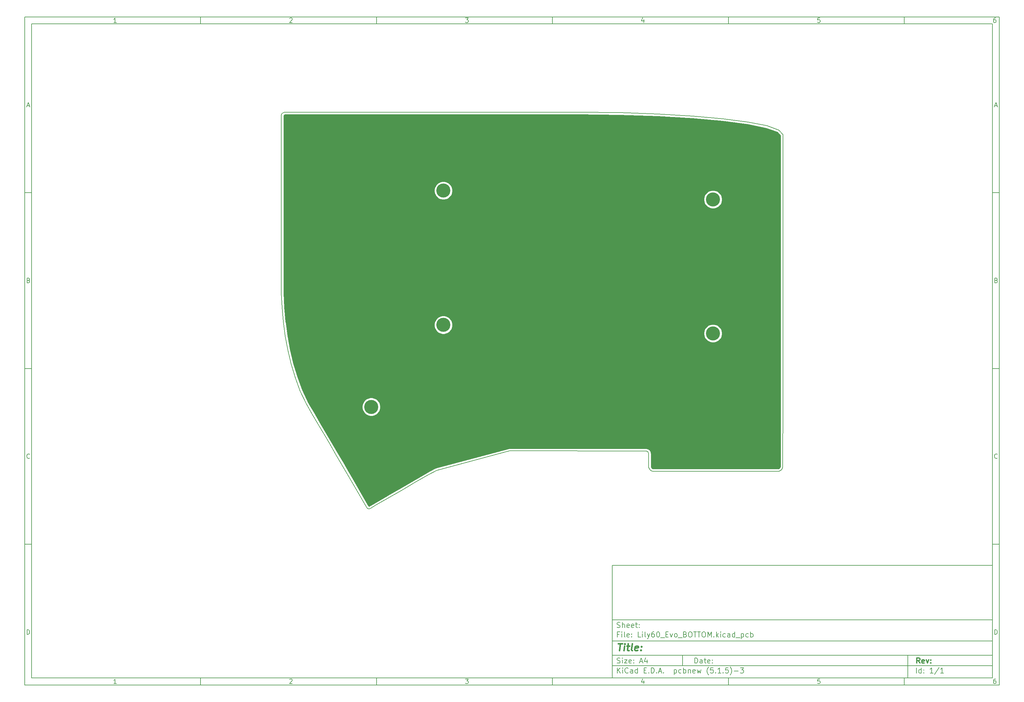
<source format=gbl>
G04 #@! TF.GenerationSoftware,KiCad,Pcbnew,(5.1.5)-3*
G04 #@! TF.CreationDate,2020-05-17T20:10:40+04:00*
G04 #@! TF.ProjectId,Lily60_Evo_BOTTOM,4c696c79-3630-45f4-9576-6f5f424f5454,rev?*
G04 #@! TF.SameCoordinates,Original*
G04 #@! TF.FileFunction,Copper,L2,Bot*
G04 #@! TF.FilePolarity,Positive*
%FSLAX46Y46*%
G04 Gerber Fmt 4.6, Leading zero omitted, Abs format (unit mm)*
G04 Created by KiCad (PCBNEW (5.1.5)-3) date 2020-05-17 20:10:40*
%MOMM*%
%LPD*%
G04 APERTURE LIST*
%ADD10C,0.100000*%
%ADD11C,0.150000*%
%ADD12C,0.300000*%
%ADD13C,0.400000*%
%ADD14C,0.200000*%
%ADD15C,4.000000*%
%ADD16C,0.254000*%
G04 APERTURE END LIST*
D10*
D11*
X177002200Y-166007200D02*
X177002200Y-198007200D01*
X285002200Y-198007200D01*
X285002200Y-166007200D01*
X177002200Y-166007200D01*
D10*
D11*
X10000000Y-10000000D02*
X10000000Y-200007200D01*
X287002200Y-200007200D01*
X287002200Y-10000000D01*
X10000000Y-10000000D01*
D10*
D11*
X12000000Y-12000000D02*
X12000000Y-198007200D01*
X285002200Y-198007200D01*
X285002200Y-12000000D01*
X12000000Y-12000000D01*
D10*
D11*
X60000000Y-12000000D02*
X60000000Y-10000000D01*
D10*
D11*
X110000000Y-12000000D02*
X110000000Y-10000000D01*
D10*
D11*
X160000000Y-12000000D02*
X160000000Y-10000000D01*
D10*
D11*
X210000000Y-12000000D02*
X210000000Y-10000000D01*
D10*
D11*
X260000000Y-12000000D02*
X260000000Y-10000000D01*
D10*
D11*
X36065476Y-11588095D02*
X35322619Y-11588095D01*
X35694047Y-11588095D02*
X35694047Y-10288095D01*
X35570238Y-10473809D01*
X35446428Y-10597619D01*
X35322619Y-10659523D01*
D10*
D11*
X85322619Y-10411904D02*
X85384523Y-10350000D01*
X85508333Y-10288095D01*
X85817857Y-10288095D01*
X85941666Y-10350000D01*
X86003571Y-10411904D01*
X86065476Y-10535714D01*
X86065476Y-10659523D01*
X86003571Y-10845238D01*
X85260714Y-11588095D01*
X86065476Y-11588095D01*
D10*
D11*
X135260714Y-10288095D02*
X136065476Y-10288095D01*
X135632142Y-10783333D01*
X135817857Y-10783333D01*
X135941666Y-10845238D01*
X136003571Y-10907142D01*
X136065476Y-11030952D01*
X136065476Y-11340476D01*
X136003571Y-11464285D01*
X135941666Y-11526190D01*
X135817857Y-11588095D01*
X135446428Y-11588095D01*
X135322619Y-11526190D01*
X135260714Y-11464285D01*
D10*
D11*
X185941666Y-10721428D02*
X185941666Y-11588095D01*
X185632142Y-10226190D02*
X185322619Y-11154761D01*
X186127380Y-11154761D01*
D10*
D11*
X236003571Y-10288095D02*
X235384523Y-10288095D01*
X235322619Y-10907142D01*
X235384523Y-10845238D01*
X235508333Y-10783333D01*
X235817857Y-10783333D01*
X235941666Y-10845238D01*
X236003571Y-10907142D01*
X236065476Y-11030952D01*
X236065476Y-11340476D01*
X236003571Y-11464285D01*
X235941666Y-11526190D01*
X235817857Y-11588095D01*
X235508333Y-11588095D01*
X235384523Y-11526190D01*
X235322619Y-11464285D01*
D10*
D11*
X285941666Y-10288095D02*
X285694047Y-10288095D01*
X285570238Y-10350000D01*
X285508333Y-10411904D01*
X285384523Y-10597619D01*
X285322619Y-10845238D01*
X285322619Y-11340476D01*
X285384523Y-11464285D01*
X285446428Y-11526190D01*
X285570238Y-11588095D01*
X285817857Y-11588095D01*
X285941666Y-11526190D01*
X286003571Y-11464285D01*
X286065476Y-11340476D01*
X286065476Y-11030952D01*
X286003571Y-10907142D01*
X285941666Y-10845238D01*
X285817857Y-10783333D01*
X285570238Y-10783333D01*
X285446428Y-10845238D01*
X285384523Y-10907142D01*
X285322619Y-11030952D01*
D10*
D11*
X60000000Y-198007200D02*
X60000000Y-200007200D01*
D10*
D11*
X110000000Y-198007200D02*
X110000000Y-200007200D01*
D10*
D11*
X160000000Y-198007200D02*
X160000000Y-200007200D01*
D10*
D11*
X210000000Y-198007200D02*
X210000000Y-200007200D01*
D10*
D11*
X260000000Y-198007200D02*
X260000000Y-200007200D01*
D10*
D11*
X36065476Y-199595295D02*
X35322619Y-199595295D01*
X35694047Y-199595295D02*
X35694047Y-198295295D01*
X35570238Y-198481009D01*
X35446428Y-198604819D01*
X35322619Y-198666723D01*
D10*
D11*
X85322619Y-198419104D02*
X85384523Y-198357200D01*
X85508333Y-198295295D01*
X85817857Y-198295295D01*
X85941666Y-198357200D01*
X86003571Y-198419104D01*
X86065476Y-198542914D01*
X86065476Y-198666723D01*
X86003571Y-198852438D01*
X85260714Y-199595295D01*
X86065476Y-199595295D01*
D10*
D11*
X135260714Y-198295295D02*
X136065476Y-198295295D01*
X135632142Y-198790533D01*
X135817857Y-198790533D01*
X135941666Y-198852438D01*
X136003571Y-198914342D01*
X136065476Y-199038152D01*
X136065476Y-199347676D01*
X136003571Y-199471485D01*
X135941666Y-199533390D01*
X135817857Y-199595295D01*
X135446428Y-199595295D01*
X135322619Y-199533390D01*
X135260714Y-199471485D01*
D10*
D11*
X185941666Y-198728628D02*
X185941666Y-199595295D01*
X185632142Y-198233390D02*
X185322619Y-199161961D01*
X186127380Y-199161961D01*
D10*
D11*
X236003571Y-198295295D02*
X235384523Y-198295295D01*
X235322619Y-198914342D01*
X235384523Y-198852438D01*
X235508333Y-198790533D01*
X235817857Y-198790533D01*
X235941666Y-198852438D01*
X236003571Y-198914342D01*
X236065476Y-199038152D01*
X236065476Y-199347676D01*
X236003571Y-199471485D01*
X235941666Y-199533390D01*
X235817857Y-199595295D01*
X235508333Y-199595295D01*
X235384523Y-199533390D01*
X235322619Y-199471485D01*
D10*
D11*
X285941666Y-198295295D02*
X285694047Y-198295295D01*
X285570238Y-198357200D01*
X285508333Y-198419104D01*
X285384523Y-198604819D01*
X285322619Y-198852438D01*
X285322619Y-199347676D01*
X285384523Y-199471485D01*
X285446428Y-199533390D01*
X285570238Y-199595295D01*
X285817857Y-199595295D01*
X285941666Y-199533390D01*
X286003571Y-199471485D01*
X286065476Y-199347676D01*
X286065476Y-199038152D01*
X286003571Y-198914342D01*
X285941666Y-198852438D01*
X285817857Y-198790533D01*
X285570238Y-198790533D01*
X285446428Y-198852438D01*
X285384523Y-198914342D01*
X285322619Y-199038152D01*
D10*
D11*
X10000000Y-60000000D02*
X12000000Y-60000000D01*
D10*
D11*
X10000000Y-110000000D02*
X12000000Y-110000000D01*
D10*
D11*
X10000000Y-160000000D02*
X12000000Y-160000000D01*
D10*
D11*
X10690476Y-35216666D02*
X11309523Y-35216666D01*
X10566666Y-35588095D02*
X11000000Y-34288095D01*
X11433333Y-35588095D01*
D10*
D11*
X11092857Y-84907142D02*
X11278571Y-84969047D01*
X11340476Y-85030952D01*
X11402380Y-85154761D01*
X11402380Y-85340476D01*
X11340476Y-85464285D01*
X11278571Y-85526190D01*
X11154761Y-85588095D01*
X10659523Y-85588095D01*
X10659523Y-84288095D01*
X11092857Y-84288095D01*
X11216666Y-84350000D01*
X11278571Y-84411904D01*
X11340476Y-84535714D01*
X11340476Y-84659523D01*
X11278571Y-84783333D01*
X11216666Y-84845238D01*
X11092857Y-84907142D01*
X10659523Y-84907142D01*
D10*
D11*
X11402380Y-135464285D02*
X11340476Y-135526190D01*
X11154761Y-135588095D01*
X11030952Y-135588095D01*
X10845238Y-135526190D01*
X10721428Y-135402380D01*
X10659523Y-135278571D01*
X10597619Y-135030952D01*
X10597619Y-134845238D01*
X10659523Y-134597619D01*
X10721428Y-134473809D01*
X10845238Y-134350000D01*
X11030952Y-134288095D01*
X11154761Y-134288095D01*
X11340476Y-134350000D01*
X11402380Y-134411904D01*
D10*
D11*
X10659523Y-185588095D02*
X10659523Y-184288095D01*
X10969047Y-184288095D01*
X11154761Y-184350000D01*
X11278571Y-184473809D01*
X11340476Y-184597619D01*
X11402380Y-184845238D01*
X11402380Y-185030952D01*
X11340476Y-185278571D01*
X11278571Y-185402380D01*
X11154761Y-185526190D01*
X10969047Y-185588095D01*
X10659523Y-185588095D01*
D10*
D11*
X287002200Y-60000000D02*
X285002200Y-60000000D01*
D10*
D11*
X287002200Y-110000000D02*
X285002200Y-110000000D01*
D10*
D11*
X287002200Y-160000000D02*
X285002200Y-160000000D01*
D10*
D11*
X285692676Y-35216666D02*
X286311723Y-35216666D01*
X285568866Y-35588095D02*
X286002200Y-34288095D01*
X286435533Y-35588095D01*
D10*
D11*
X286095057Y-84907142D02*
X286280771Y-84969047D01*
X286342676Y-85030952D01*
X286404580Y-85154761D01*
X286404580Y-85340476D01*
X286342676Y-85464285D01*
X286280771Y-85526190D01*
X286156961Y-85588095D01*
X285661723Y-85588095D01*
X285661723Y-84288095D01*
X286095057Y-84288095D01*
X286218866Y-84350000D01*
X286280771Y-84411904D01*
X286342676Y-84535714D01*
X286342676Y-84659523D01*
X286280771Y-84783333D01*
X286218866Y-84845238D01*
X286095057Y-84907142D01*
X285661723Y-84907142D01*
D10*
D11*
X286404580Y-135464285D02*
X286342676Y-135526190D01*
X286156961Y-135588095D01*
X286033152Y-135588095D01*
X285847438Y-135526190D01*
X285723628Y-135402380D01*
X285661723Y-135278571D01*
X285599819Y-135030952D01*
X285599819Y-134845238D01*
X285661723Y-134597619D01*
X285723628Y-134473809D01*
X285847438Y-134350000D01*
X286033152Y-134288095D01*
X286156961Y-134288095D01*
X286342676Y-134350000D01*
X286404580Y-134411904D01*
D10*
D11*
X285661723Y-185588095D02*
X285661723Y-184288095D01*
X285971247Y-184288095D01*
X286156961Y-184350000D01*
X286280771Y-184473809D01*
X286342676Y-184597619D01*
X286404580Y-184845238D01*
X286404580Y-185030952D01*
X286342676Y-185278571D01*
X286280771Y-185402380D01*
X286156961Y-185526190D01*
X285971247Y-185588095D01*
X285661723Y-185588095D01*
D10*
D11*
X200434342Y-193785771D02*
X200434342Y-192285771D01*
X200791485Y-192285771D01*
X201005771Y-192357200D01*
X201148628Y-192500057D01*
X201220057Y-192642914D01*
X201291485Y-192928628D01*
X201291485Y-193142914D01*
X201220057Y-193428628D01*
X201148628Y-193571485D01*
X201005771Y-193714342D01*
X200791485Y-193785771D01*
X200434342Y-193785771D01*
X202577200Y-193785771D02*
X202577200Y-193000057D01*
X202505771Y-192857200D01*
X202362914Y-192785771D01*
X202077200Y-192785771D01*
X201934342Y-192857200D01*
X202577200Y-193714342D02*
X202434342Y-193785771D01*
X202077200Y-193785771D01*
X201934342Y-193714342D01*
X201862914Y-193571485D01*
X201862914Y-193428628D01*
X201934342Y-193285771D01*
X202077200Y-193214342D01*
X202434342Y-193214342D01*
X202577200Y-193142914D01*
X203077200Y-192785771D02*
X203648628Y-192785771D01*
X203291485Y-192285771D02*
X203291485Y-193571485D01*
X203362914Y-193714342D01*
X203505771Y-193785771D01*
X203648628Y-193785771D01*
X204720057Y-193714342D02*
X204577200Y-193785771D01*
X204291485Y-193785771D01*
X204148628Y-193714342D01*
X204077200Y-193571485D01*
X204077200Y-193000057D01*
X204148628Y-192857200D01*
X204291485Y-192785771D01*
X204577200Y-192785771D01*
X204720057Y-192857200D01*
X204791485Y-193000057D01*
X204791485Y-193142914D01*
X204077200Y-193285771D01*
X205434342Y-193642914D02*
X205505771Y-193714342D01*
X205434342Y-193785771D01*
X205362914Y-193714342D01*
X205434342Y-193642914D01*
X205434342Y-193785771D01*
X205434342Y-192857200D02*
X205505771Y-192928628D01*
X205434342Y-193000057D01*
X205362914Y-192928628D01*
X205434342Y-192857200D01*
X205434342Y-193000057D01*
D10*
D11*
X177002200Y-194507200D02*
X285002200Y-194507200D01*
D10*
D11*
X178434342Y-196585771D02*
X178434342Y-195085771D01*
X179291485Y-196585771D02*
X178648628Y-195728628D01*
X179291485Y-195085771D02*
X178434342Y-195942914D01*
X179934342Y-196585771D02*
X179934342Y-195585771D01*
X179934342Y-195085771D02*
X179862914Y-195157200D01*
X179934342Y-195228628D01*
X180005771Y-195157200D01*
X179934342Y-195085771D01*
X179934342Y-195228628D01*
X181505771Y-196442914D02*
X181434342Y-196514342D01*
X181220057Y-196585771D01*
X181077200Y-196585771D01*
X180862914Y-196514342D01*
X180720057Y-196371485D01*
X180648628Y-196228628D01*
X180577200Y-195942914D01*
X180577200Y-195728628D01*
X180648628Y-195442914D01*
X180720057Y-195300057D01*
X180862914Y-195157200D01*
X181077200Y-195085771D01*
X181220057Y-195085771D01*
X181434342Y-195157200D01*
X181505771Y-195228628D01*
X182791485Y-196585771D02*
X182791485Y-195800057D01*
X182720057Y-195657200D01*
X182577200Y-195585771D01*
X182291485Y-195585771D01*
X182148628Y-195657200D01*
X182791485Y-196514342D02*
X182648628Y-196585771D01*
X182291485Y-196585771D01*
X182148628Y-196514342D01*
X182077200Y-196371485D01*
X182077200Y-196228628D01*
X182148628Y-196085771D01*
X182291485Y-196014342D01*
X182648628Y-196014342D01*
X182791485Y-195942914D01*
X184148628Y-196585771D02*
X184148628Y-195085771D01*
X184148628Y-196514342D02*
X184005771Y-196585771D01*
X183720057Y-196585771D01*
X183577200Y-196514342D01*
X183505771Y-196442914D01*
X183434342Y-196300057D01*
X183434342Y-195871485D01*
X183505771Y-195728628D01*
X183577200Y-195657200D01*
X183720057Y-195585771D01*
X184005771Y-195585771D01*
X184148628Y-195657200D01*
X186005771Y-195800057D02*
X186505771Y-195800057D01*
X186720057Y-196585771D02*
X186005771Y-196585771D01*
X186005771Y-195085771D01*
X186720057Y-195085771D01*
X187362914Y-196442914D02*
X187434342Y-196514342D01*
X187362914Y-196585771D01*
X187291485Y-196514342D01*
X187362914Y-196442914D01*
X187362914Y-196585771D01*
X188077200Y-196585771D02*
X188077200Y-195085771D01*
X188434342Y-195085771D01*
X188648628Y-195157200D01*
X188791485Y-195300057D01*
X188862914Y-195442914D01*
X188934342Y-195728628D01*
X188934342Y-195942914D01*
X188862914Y-196228628D01*
X188791485Y-196371485D01*
X188648628Y-196514342D01*
X188434342Y-196585771D01*
X188077200Y-196585771D01*
X189577200Y-196442914D02*
X189648628Y-196514342D01*
X189577200Y-196585771D01*
X189505771Y-196514342D01*
X189577200Y-196442914D01*
X189577200Y-196585771D01*
X190220057Y-196157200D02*
X190934342Y-196157200D01*
X190077200Y-196585771D02*
X190577200Y-195085771D01*
X191077200Y-196585771D01*
X191577200Y-196442914D02*
X191648628Y-196514342D01*
X191577200Y-196585771D01*
X191505771Y-196514342D01*
X191577200Y-196442914D01*
X191577200Y-196585771D01*
X194577200Y-195585771D02*
X194577200Y-197085771D01*
X194577200Y-195657200D02*
X194720057Y-195585771D01*
X195005771Y-195585771D01*
X195148628Y-195657200D01*
X195220057Y-195728628D01*
X195291485Y-195871485D01*
X195291485Y-196300057D01*
X195220057Y-196442914D01*
X195148628Y-196514342D01*
X195005771Y-196585771D01*
X194720057Y-196585771D01*
X194577200Y-196514342D01*
X196577200Y-196514342D02*
X196434342Y-196585771D01*
X196148628Y-196585771D01*
X196005771Y-196514342D01*
X195934342Y-196442914D01*
X195862914Y-196300057D01*
X195862914Y-195871485D01*
X195934342Y-195728628D01*
X196005771Y-195657200D01*
X196148628Y-195585771D01*
X196434342Y-195585771D01*
X196577200Y-195657200D01*
X197220057Y-196585771D02*
X197220057Y-195085771D01*
X197220057Y-195657200D02*
X197362914Y-195585771D01*
X197648628Y-195585771D01*
X197791485Y-195657200D01*
X197862914Y-195728628D01*
X197934342Y-195871485D01*
X197934342Y-196300057D01*
X197862914Y-196442914D01*
X197791485Y-196514342D01*
X197648628Y-196585771D01*
X197362914Y-196585771D01*
X197220057Y-196514342D01*
X198577200Y-195585771D02*
X198577200Y-196585771D01*
X198577200Y-195728628D02*
X198648628Y-195657200D01*
X198791485Y-195585771D01*
X199005771Y-195585771D01*
X199148628Y-195657200D01*
X199220057Y-195800057D01*
X199220057Y-196585771D01*
X200505771Y-196514342D02*
X200362914Y-196585771D01*
X200077200Y-196585771D01*
X199934342Y-196514342D01*
X199862914Y-196371485D01*
X199862914Y-195800057D01*
X199934342Y-195657200D01*
X200077200Y-195585771D01*
X200362914Y-195585771D01*
X200505771Y-195657200D01*
X200577200Y-195800057D01*
X200577200Y-195942914D01*
X199862914Y-196085771D01*
X201077200Y-195585771D02*
X201362914Y-196585771D01*
X201648628Y-195871485D01*
X201934342Y-196585771D01*
X202220057Y-195585771D01*
X204362914Y-197157200D02*
X204291485Y-197085771D01*
X204148628Y-196871485D01*
X204077200Y-196728628D01*
X204005771Y-196514342D01*
X203934342Y-196157200D01*
X203934342Y-195871485D01*
X204005771Y-195514342D01*
X204077200Y-195300057D01*
X204148628Y-195157200D01*
X204291485Y-194942914D01*
X204362914Y-194871485D01*
X205648628Y-195085771D02*
X204934342Y-195085771D01*
X204862914Y-195800057D01*
X204934342Y-195728628D01*
X205077200Y-195657200D01*
X205434342Y-195657200D01*
X205577200Y-195728628D01*
X205648628Y-195800057D01*
X205720057Y-195942914D01*
X205720057Y-196300057D01*
X205648628Y-196442914D01*
X205577200Y-196514342D01*
X205434342Y-196585771D01*
X205077200Y-196585771D01*
X204934342Y-196514342D01*
X204862914Y-196442914D01*
X206362914Y-196442914D02*
X206434342Y-196514342D01*
X206362914Y-196585771D01*
X206291485Y-196514342D01*
X206362914Y-196442914D01*
X206362914Y-196585771D01*
X207862914Y-196585771D02*
X207005771Y-196585771D01*
X207434342Y-196585771D02*
X207434342Y-195085771D01*
X207291485Y-195300057D01*
X207148628Y-195442914D01*
X207005771Y-195514342D01*
X208505771Y-196442914D02*
X208577200Y-196514342D01*
X208505771Y-196585771D01*
X208434342Y-196514342D01*
X208505771Y-196442914D01*
X208505771Y-196585771D01*
X209934342Y-195085771D02*
X209220057Y-195085771D01*
X209148628Y-195800057D01*
X209220057Y-195728628D01*
X209362914Y-195657200D01*
X209720057Y-195657200D01*
X209862914Y-195728628D01*
X209934342Y-195800057D01*
X210005771Y-195942914D01*
X210005771Y-196300057D01*
X209934342Y-196442914D01*
X209862914Y-196514342D01*
X209720057Y-196585771D01*
X209362914Y-196585771D01*
X209220057Y-196514342D01*
X209148628Y-196442914D01*
X210505771Y-197157200D02*
X210577200Y-197085771D01*
X210720057Y-196871485D01*
X210791485Y-196728628D01*
X210862914Y-196514342D01*
X210934342Y-196157200D01*
X210934342Y-195871485D01*
X210862914Y-195514342D01*
X210791485Y-195300057D01*
X210720057Y-195157200D01*
X210577200Y-194942914D01*
X210505771Y-194871485D01*
X211648628Y-196014342D02*
X212791485Y-196014342D01*
X213362914Y-195085771D02*
X214291485Y-195085771D01*
X213791485Y-195657200D01*
X214005771Y-195657200D01*
X214148628Y-195728628D01*
X214220057Y-195800057D01*
X214291485Y-195942914D01*
X214291485Y-196300057D01*
X214220057Y-196442914D01*
X214148628Y-196514342D01*
X214005771Y-196585771D01*
X213577200Y-196585771D01*
X213434342Y-196514342D01*
X213362914Y-196442914D01*
D10*
D11*
X177002200Y-191507200D02*
X285002200Y-191507200D01*
D10*
D12*
X264411485Y-193785771D02*
X263911485Y-193071485D01*
X263554342Y-193785771D02*
X263554342Y-192285771D01*
X264125771Y-192285771D01*
X264268628Y-192357200D01*
X264340057Y-192428628D01*
X264411485Y-192571485D01*
X264411485Y-192785771D01*
X264340057Y-192928628D01*
X264268628Y-193000057D01*
X264125771Y-193071485D01*
X263554342Y-193071485D01*
X265625771Y-193714342D02*
X265482914Y-193785771D01*
X265197200Y-193785771D01*
X265054342Y-193714342D01*
X264982914Y-193571485D01*
X264982914Y-193000057D01*
X265054342Y-192857200D01*
X265197200Y-192785771D01*
X265482914Y-192785771D01*
X265625771Y-192857200D01*
X265697200Y-193000057D01*
X265697200Y-193142914D01*
X264982914Y-193285771D01*
X266197200Y-192785771D02*
X266554342Y-193785771D01*
X266911485Y-192785771D01*
X267482914Y-193642914D02*
X267554342Y-193714342D01*
X267482914Y-193785771D01*
X267411485Y-193714342D01*
X267482914Y-193642914D01*
X267482914Y-193785771D01*
X267482914Y-192857200D02*
X267554342Y-192928628D01*
X267482914Y-193000057D01*
X267411485Y-192928628D01*
X267482914Y-192857200D01*
X267482914Y-193000057D01*
D10*
D11*
X178362914Y-193714342D02*
X178577200Y-193785771D01*
X178934342Y-193785771D01*
X179077200Y-193714342D01*
X179148628Y-193642914D01*
X179220057Y-193500057D01*
X179220057Y-193357200D01*
X179148628Y-193214342D01*
X179077200Y-193142914D01*
X178934342Y-193071485D01*
X178648628Y-193000057D01*
X178505771Y-192928628D01*
X178434342Y-192857200D01*
X178362914Y-192714342D01*
X178362914Y-192571485D01*
X178434342Y-192428628D01*
X178505771Y-192357200D01*
X178648628Y-192285771D01*
X179005771Y-192285771D01*
X179220057Y-192357200D01*
X179862914Y-193785771D02*
X179862914Y-192785771D01*
X179862914Y-192285771D02*
X179791485Y-192357200D01*
X179862914Y-192428628D01*
X179934342Y-192357200D01*
X179862914Y-192285771D01*
X179862914Y-192428628D01*
X180434342Y-192785771D02*
X181220057Y-192785771D01*
X180434342Y-193785771D01*
X181220057Y-193785771D01*
X182362914Y-193714342D02*
X182220057Y-193785771D01*
X181934342Y-193785771D01*
X181791485Y-193714342D01*
X181720057Y-193571485D01*
X181720057Y-193000057D01*
X181791485Y-192857200D01*
X181934342Y-192785771D01*
X182220057Y-192785771D01*
X182362914Y-192857200D01*
X182434342Y-193000057D01*
X182434342Y-193142914D01*
X181720057Y-193285771D01*
X183077200Y-193642914D02*
X183148628Y-193714342D01*
X183077200Y-193785771D01*
X183005771Y-193714342D01*
X183077200Y-193642914D01*
X183077200Y-193785771D01*
X183077200Y-192857200D02*
X183148628Y-192928628D01*
X183077200Y-193000057D01*
X183005771Y-192928628D01*
X183077200Y-192857200D01*
X183077200Y-193000057D01*
X184862914Y-193357200D02*
X185577200Y-193357200D01*
X184720057Y-193785771D02*
X185220057Y-192285771D01*
X185720057Y-193785771D01*
X186862914Y-192785771D02*
X186862914Y-193785771D01*
X186505771Y-192214342D02*
X186148628Y-193285771D01*
X187077200Y-193285771D01*
D10*
D11*
X263434342Y-196585771D02*
X263434342Y-195085771D01*
X264791485Y-196585771D02*
X264791485Y-195085771D01*
X264791485Y-196514342D02*
X264648628Y-196585771D01*
X264362914Y-196585771D01*
X264220057Y-196514342D01*
X264148628Y-196442914D01*
X264077200Y-196300057D01*
X264077200Y-195871485D01*
X264148628Y-195728628D01*
X264220057Y-195657200D01*
X264362914Y-195585771D01*
X264648628Y-195585771D01*
X264791485Y-195657200D01*
X265505771Y-196442914D02*
X265577200Y-196514342D01*
X265505771Y-196585771D01*
X265434342Y-196514342D01*
X265505771Y-196442914D01*
X265505771Y-196585771D01*
X265505771Y-195657200D02*
X265577200Y-195728628D01*
X265505771Y-195800057D01*
X265434342Y-195728628D01*
X265505771Y-195657200D01*
X265505771Y-195800057D01*
X268148628Y-196585771D02*
X267291485Y-196585771D01*
X267720057Y-196585771D02*
X267720057Y-195085771D01*
X267577200Y-195300057D01*
X267434342Y-195442914D01*
X267291485Y-195514342D01*
X269862914Y-195014342D02*
X268577200Y-196942914D01*
X271148628Y-196585771D02*
X270291485Y-196585771D01*
X270720057Y-196585771D02*
X270720057Y-195085771D01*
X270577200Y-195300057D01*
X270434342Y-195442914D01*
X270291485Y-195514342D01*
D10*
D11*
X177002200Y-187507200D02*
X285002200Y-187507200D01*
D10*
D13*
X178714580Y-188211961D02*
X179857438Y-188211961D01*
X179036009Y-190211961D02*
X179286009Y-188211961D01*
X180274104Y-190211961D02*
X180440771Y-188878628D01*
X180524104Y-188211961D02*
X180416961Y-188307200D01*
X180500295Y-188402438D01*
X180607438Y-188307200D01*
X180524104Y-188211961D01*
X180500295Y-188402438D01*
X181107438Y-188878628D02*
X181869342Y-188878628D01*
X181476485Y-188211961D02*
X181262200Y-189926247D01*
X181333628Y-190116723D01*
X181512200Y-190211961D01*
X181702676Y-190211961D01*
X182655057Y-190211961D02*
X182476485Y-190116723D01*
X182405057Y-189926247D01*
X182619342Y-188211961D01*
X184190771Y-190116723D02*
X183988390Y-190211961D01*
X183607438Y-190211961D01*
X183428866Y-190116723D01*
X183357438Y-189926247D01*
X183452676Y-189164342D01*
X183571723Y-188973866D01*
X183774104Y-188878628D01*
X184155057Y-188878628D01*
X184333628Y-188973866D01*
X184405057Y-189164342D01*
X184381247Y-189354819D01*
X183405057Y-189545295D01*
X185155057Y-190021485D02*
X185238390Y-190116723D01*
X185131247Y-190211961D01*
X185047914Y-190116723D01*
X185155057Y-190021485D01*
X185131247Y-190211961D01*
X185286009Y-188973866D02*
X185369342Y-189069104D01*
X185262200Y-189164342D01*
X185178866Y-189069104D01*
X185286009Y-188973866D01*
X185262200Y-189164342D01*
D10*
D11*
X178934342Y-185600057D02*
X178434342Y-185600057D01*
X178434342Y-186385771D02*
X178434342Y-184885771D01*
X179148628Y-184885771D01*
X179720057Y-186385771D02*
X179720057Y-185385771D01*
X179720057Y-184885771D02*
X179648628Y-184957200D01*
X179720057Y-185028628D01*
X179791485Y-184957200D01*
X179720057Y-184885771D01*
X179720057Y-185028628D01*
X180648628Y-186385771D02*
X180505771Y-186314342D01*
X180434342Y-186171485D01*
X180434342Y-184885771D01*
X181791485Y-186314342D02*
X181648628Y-186385771D01*
X181362914Y-186385771D01*
X181220057Y-186314342D01*
X181148628Y-186171485D01*
X181148628Y-185600057D01*
X181220057Y-185457200D01*
X181362914Y-185385771D01*
X181648628Y-185385771D01*
X181791485Y-185457200D01*
X181862914Y-185600057D01*
X181862914Y-185742914D01*
X181148628Y-185885771D01*
X182505771Y-186242914D02*
X182577200Y-186314342D01*
X182505771Y-186385771D01*
X182434342Y-186314342D01*
X182505771Y-186242914D01*
X182505771Y-186385771D01*
X182505771Y-185457200D02*
X182577200Y-185528628D01*
X182505771Y-185600057D01*
X182434342Y-185528628D01*
X182505771Y-185457200D01*
X182505771Y-185600057D01*
X185077200Y-186385771D02*
X184362914Y-186385771D01*
X184362914Y-184885771D01*
X185577200Y-186385771D02*
X185577200Y-185385771D01*
X185577200Y-184885771D02*
X185505771Y-184957200D01*
X185577200Y-185028628D01*
X185648628Y-184957200D01*
X185577200Y-184885771D01*
X185577200Y-185028628D01*
X186505771Y-186385771D02*
X186362914Y-186314342D01*
X186291485Y-186171485D01*
X186291485Y-184885771D01*
X186934342Y-185385771D02*
X187291485Y-186385771D01*
X187648628Y-185385771D02*
X187291485Y-186385771D01*
X187148628Y-186742914D01*
X187077200Y-186814342D01*
X186934342Y-186885771D01*
X188862914Y-184885771D02*
X188577200Y-184885771D01*
X188434342Y-184957200D01*
X188362914Y-185028628D01*
X188220057Y-185242914D01*
X188148628Y-185528628D01*
X188148628Y-186100057D01*
X188220057Y-186242914D01*
X188291485Y-186314342D01*
X188434342Y-186385771D01*
X188720057Y-186385771D01*
X188862914Y-186314342D01*
X188934342Y-186242914D01*
X189005771Y-186100057D01*
X189005771Y-185742914D01*
X188934342Y-185600057D01*
X188862914Y-185528628D01*
X188720057Y-185457200D01*
X188434342Y-185457200D01*
X188291485Y-185528628D01*
X188220057Y-185600057D01*
X188148628Y-185742914D01*
X189934342Y-184885771D02*
X190077200Y-184885771D01*
X190220057Y-184957200D01*
X190291485Y-185028628D01*
X190362914Y-185171485D01*
X190434342Y-185457200D01*
X190434342Y-185814342D01*
X190362914Y-186100057D01*
X190291485Y-186242914D01*
X190220057Y-186314342D01*
X190077200Y-186385771D01*
X189934342Y-186385771D01*
X189791485Y-186314342D01*
X189720057Y-186242914D01*
X189648628Y-186100057D01*
X189577200Y-185814342D01*
X189577200Y-185457200D01*
X189648628Y-185171485D01*
X189720057Y-185028628D01*
X189791485Y-184957200D01*
X189934342Y-184885771D01*
X190720057Y-186528628D02*
X191862914Y-186528628D01*
X192220057Y-185600057D02*
X192720057Y-185600057D01*
X192934342Y-186385771D02*
X192220057Y-186385771D01*
X192220057Y-184885771D01*
X192934342Y-184885771D01*
X193434342Y-185385771D02*
X193791485Y-186385771D01*
X194148628Y-185385771D01*
X194934342Y-186385771D02*
X194791485Y-186314342D01*
X194720057Y-186242914D01*
X194648628Y-186100057D01*
X194648628Y-185671485D01*
X194720057Y-185528628D01*
X194791485Y-185457200D01*
X194934342Y-185385771D01*
X195148628Y-185385771D01*
X195291485Y-185457200D01*
X195362914Y-185528628D01*
X195434342Y-185671485D01*
X195434342Y-186100057D01*
X195362914Y-186242914D01*
X195291485Y-186314342D01*
X195148628Y-186385771D01*
X194934342Y-186385771D01*
X195720057Y-186528628D02*
X196862914Y-186528628D01*
X197720057Y-185600057D02*
X197934342Y-185671485D01*
X198005771Y-185742914D01*
X198077200Y-185885771D01*
X198077200Y-186100057D01*
X198005771Y-186242914D01*
X197934342Y-186314342D01*
X197791485Y-186385771D01*
X197220057Y-186385771D01*
X197220057Y-184885771D01*
X197720057Y-184885771D01*
X197862914Y-184957200D01*
X197934342Y-185028628D01*
X198005771Y-185171485D01*
X198005771Y-185314342D01*
X197934342Y-185457200D01*
X197862914Y-185528628D01*
X197720057Y-185600057D01*
X197220057Y-185600057D01*
X199005771Y-184885771D02*
X199291485Y-184885771D01*
X199434342Y-184957200D01*
X199577200Y-185100057D01*
X199648628Y-185385771D01*
X199648628Y-185885771D01*
X199577200Y-186171485D01*
X199434342Y-186314342D01*
X199291485Y-186385771D01*
X199005771Y-186385771D01*
X198862914Y-186314342D01*
X198720057Y-186171485D01*
X198648628Y-185885771D01*
X198648628Y-185385771D01*
X198720057Y-185100057D01*
X198862914Y-184957200D01*
X199005771Y-184885771D01*
X200077200Y-184885771D02*
X200934342Y-184885771D01*
X200505771Y-186385771D02*
X200505771Y-184885771D01*
X201220057Y-184885771D02*
X202077200Y-184885771D01*
X201648628Y-186385771D02*
X201648628Y-184885771D01*
X202862914Y-184885771D02*
X203148628Y-184885771D01*
X203291485Y-184957200D01*
X203434342Y-185100057D01*
X203505771Y-185385771D01*
X203505771Y-185885771D01*
X203434342Y-186171485D01*
X203291485Y-186314342D01*
X203148628Y-186385771D01*
X202862914Y-186385771D01*
X202720057Y-186314342D01*
X202577200Y-186171485D01*
X202505771Y-185885771D01*
X202505771Y-185385771D01*
X202577200Y-185100057D01*
X202720057Y-184957200D01*
X202862914Y-184885771D01*
X204148628Y-186385771D02*
X204148628Y-184885771D01*
X204648628Y-185957200D01*
X205148628Y-184885771D01*
X205148628Y-186385771D01*
X205862914Y-186242914D02*
X205934342Y-186314342D01*
X205862914Y-186385771D01*
X205791485Y-186314342D01*
X205862914Y-186242914D01*
X205862914Y-186385771D01*
X206577200Y-186385771D02*
X206577200Y-184885771D01*
X206720057Y-185814342D02*
X207148628Y-186385771D01*
X207148628Y-185385771D02*
X206577200Y-185957200D01*
X207791485Y-186385771D02*
X207791485Y-185385771D01*
X207791485Y-184885771D02*
X207720057Y-184957200D01*
X207791485Y-185028628D01*
X207862914Y-184957200D01*
X207791485Y-184885771D01*
X207791485Y-185028628D01*
X209148628Y-186314342D02*
X209005771Y-186385771D01*
X208720057Y-186385771D01*
X208577200Y-186314342D01*
X208505771Y-186242914D01*
X208434342Y-186100057D01*
X208434342Y-185671485D01*
X208505771Y-185528628D01*
X208577200Y-185457200D01*
X208720057Y-185385771D01*
X209005771Y-185385771D01*
X209148628Y-185457200D01*
X210434342Y-186385771D02*
X210434342Y-185600057D01*
X210362914Y-185457200D01*
X210220057Y-185385771D01*
X209934342Y-185385771D01*
X209791485Y-185457200D01*
X210434342Y-186314342D02*
X210291485Y-186385771D01*
X209934342Y-186385771D01*
X209791485Y-186314342D01*
X209720057Y-186171485D01*
X209720057Y-186028628D01*
X209791485Y-185885771D01*
X209934342Y-185814342D01*
X210291485Y-185814342D01*
X210434342Y-185742914D01*
X211791485Y-186385771D02*
X211791485Y-184885771D01*
X211791485Y-186314342D02*
X211648628Y-186385771D01*
X211362914Y-186385771D01*
X211220057Y-186314342D01*
X211148628Y-186242914D01*
X211077200Y-186100057D01*
X211077200Y-185671485D01*
X211148628Y-185528628D01*
X211220057Y-185457200D01*
X211362914Y-185385771D01*
X211648628Y-185385771D01*
X211791485Y-185457200D01*
X212148628Y-186528628D02*
X213291485Y-186528628D01*
X213648628Y-185385771D02*
X213648628Y-186885771D01*
X213648628Y-185457200D02*
X213791485Y-185385771D01*
X214077200Y-185385771D01*
X214220057Y-185457200D01*
X214291485Y-185528628D01*
X214362914Y-185671485D01*
X214362914Y-186100057D01*
X214291485Y-186242914D01*
X214220057Y-186314342D01*
X214077200Y-186385771D01*
X213791485Y-186385771D01*
X213648628Y-186314342D01*
X215648628Y-186314342D02*
X215505771Y-186385771D01*
X215220057Y-186385771D01*
X215077200Y-186314342D01*
X215005771Y-186242914D01*
X214934342Y-186100057D01*
X214934342Y-185671485D01*
X215005771Y-185528628D01*
X215077200Y-185457200D01*
X215220057Y-185385771D01*
X215505771Y-185385771D01*
X215648628Y-185457200D01*
X216291485Y-186385771D02*
X216291485Y-184885771D01*
X216291485Y-185457200D02*
X216434342Y-185385771D01*
X216720057Y-185385771D01*
X216862914Y-185457200D01*
X216934342Y-185528628D01*
X217005771Y-185671485D01*
X217005771Y-186100057D01*
X216934342Y-186242914D01*
X216862914Y-186314342D01*
X216720057Y-186385771D01*
X216434342Y-186385771D01*
X216291485Y-186314342D01*
D10*
D11*
X177002200Y-181507200D02*
X285002200Y-181507200D01*
D10*
D11*
X178362914Y-183614342D02*
X178577200Y-183685771D01*
X178934342Y-183685771D01*
X179077200Y-183614342D01*
X179148628Y-183542914D01*
X179220057Y-183400057D01*
X179220057Y-183257200D01*
X179148628Y-183114342D01*
X179077200Y-183042914D01*
X178934342Y-182971485D01*
X178648628Y-182900057D01*
X178505771Y-182828628D01*
X178434342Y-182757200D01*
X178362914Y-182614342D01*
X178362914Y-182471485D01*
X178434342Y-182328628D01*
X178505771Y-182257200D01*
X178648628Y-182185771D01*
X179005771Y-182185771D01*
X179220057Y-182257200D01*
X179862914Y-183685771D02*
X179862914Y-182185771D01*
X180505771Y-183685771D02*
X180505771Y-182900057D01*
X180434342Y-182757200D01*
X180291485Y-182685771D01*
X180077200Y-182685771D01*
X179934342Y-182757200D01*
X179862914Y-182828628D01*
X181791485Y-183614342D02*
X181648628Y-183685771D01*
X181362914Y-183685771D01*
X181220057Y-183614342D01*
X181148628Y-183471485D01*
X181148628Y-182900057D01*
X181220057Y-182757200D01*
X181362914Y-182685771D01*
X181648628Y-182685771D01*
X181791485Y-182757200D01*
X181862914Y-182900057D01*
X181862914Y-183042914D01*
X181148628Y-183185771D01*
X183077200Y-183614342D02*
X182934342Y-183685771D01*
X182648628Y-183685771D01*
X182505771Y-183614342D01*
X182434342Y-183471485D01*
X182434342Y-182900057D01*
X182505771Y-182757200D01*
X182648628Y-182685771D01*
X182934342Y-182685771D01*
X183077200Y-182757200D01*
X183148628Y-182900057D01*
X183148628Y-183042914D01*
X182434342Y-183185771D01*
X183577200Y-182685771D02*
X184148628Y-182685771D01*
X183791485Y-182185771D02*
X183791485Y-183471485D01*
X183862914Y-183614342D01*
X184005771Y-183685771D01*
X184148628Y-183685771D01*
X184648628Y-183542914D02*
X184720057Y-183614342D01*
X184648628Y-183685771D01*
X184577200Y-183614342D01*
X184648628Y-183542914D01*
X184648628Y-183685771D01*
X184648628Y-182757200D02*
X184720057Y-182828628D01*
X184648628Y-182900057D01*
X184577200Y-182828628D01*
X184648628Y-182757200D01*
X184648628Y-182900057D01*
D10*
D11*
X197002200Y-191507200D02*
X197002200Y-194507200D01*
D10*
D11*
X261002200Y-191507200D02*
X261002200Y-198007200D01*
D14*
X187714087Y-138785913D02*
X187530998Y-138563960D01*
X188472504Y-139194553D02*
X188190848Y-139107217D01*
X187530998Y-138563960D02*
X187392782Y-138309152D01*
X188190848Y-139107217D02*
X187936039Y-138969001D01*
X187392782Y-138309152D02*
X187305447Y-138027496D01*
X188750000Y-139200000D02*
X188472504Y-139194553D01*
X187936039Y-138969001D02*
X187714087Y-138785913D01*
X186658574Y-133452455D02*
G75*
G02X187300000Y-134150000I-58574J-697545D01*
G01*
X124667888Y-140255128D02*
X127100000Y-138950000D01*
X120963416Y-142391346D02*
X124667888Y-140255128D01*
X117258944Y-144527564D02*
X120963416Y-142391346D01*
X113554472Y-146663782D02*
X117258944Y-144527564D01*
X225459999Y-119289735D02*
X225450000Y-137750000D01*
X204850000Y-139200000D02*
X224277496Y-139194553D01*
X225357217Y-138309152D02*
X225219001Y-138563961D01*
X224559152Y-139107218D02*
X224277496Y-139194553D01*
X224813960Y-138969002D02*
X224559152Y-139107218D01*
X225035913Y-138785913D02*
X224813960Y-138969002D01*
X225444553Y-138027496D02*
X225357217Y-138309152D01*
X225219001Y-138563961D02*
X225035913Y-138785913D01*
X225450000Y-137750000D02*
X225444553Y-138027496D01*
X127100000Y-138950000D02*
X147900000Y-133400000D01*
X187300000Y-134150000D02*
X187305447Y-138027496D01*
X147900000Y-133400000D02*
X186658574Y-133452455D01*
X109882452Y-148801617D02*
X113554472Y-146663782D01*
X188750000Y-139200000D02*
X204850000Y-139200000D01*
X82937528Y-50750629D02*
X82937528Y-44443695D01*
X82937528Y-57057562D02*
X82937528Y-50750629D01*
X115211711Y-37086762D02*
X104803877Y-37086762D01*
X199807654Y-38170488D02*
X189919538Y-37585374D01*
X208420758Y-38945561D02*
X199807654Y-38170488D01*
X215525697Y-39885159D02*
X208420758Y-38945561D01*
X220889319Y-40963847D02*
X215525697Y-39885159D01*
X178989563Y-37215654D02*
X167250881Y-37086762D01*
X189919538Y-37585374D02*
X178989563Y-37215654D01*
X225460000Y-52918378D02*
X225460000Y-62400000D01*
X225460000Y-43436755D02*
X225460000Y-52918378D01*
X82937528Y-69671429D02*
X82937528Y-63364495D01*
X82937528Y-75978362D02*
X82937528Y-69671429D01*
X82937528Y-82285296D02*
X82937528Y-75978362D01*
X82937528Y-88592229D02*
X82937528Y-82285296D01*
X104803877Y-37086762D02*
X94396044Y-37086762D01*
X125619545Y-37086762D02*
X115211711Y-37086762D01*
X136027379Y-37086762D02*
X125619545Y-37086762D01*
X146435213Y-37086762D02*
X136027379Y-37086762D01*
X156843047Y-37086762D02*
X146435213Y-37086762D01*
X167250881Y-37086762D02*
X156843047Y-37086762D01*
X83400937Y-37265961D02*
X83579303Y-37169210D01*
X83245570Y-37394123D02*
X83400937Y-37265961D01*
X83117409Y-37549489D02*
X83245570Y-37394123D01*
X83020657Y-37727855D02*
X83117409Y-37549489D01*
X82959523Y-37925015D02*
X83020657Y-37727855D01*
X82938210Y-38136762D02*
X82959523Y-37925015D01*
X83776462Y-37108075D02*
X83988210Y-37086762D01*
X83579303Y-37169210D02*
X83776462Y-37108075D01*
X94396044Y-37086762D02*
X83988210Y-37086762D01*
X82937528Y-63364495D02*
X82937528Y-57057562D01*
X82937528Y-44443695D02*
X82937528Y-38136762D01*
X88291758Y-116318073D02*
X89993333Y-119989540D01*
X86863105Y-112530670D02*
X88291758Y-116318073D01*
X85688004Y-108649127D02*
X86863105Y-112530670D01*
X84747083Y-104695246D02*
X85688004Y-108649127D01*
X84020972Y-100690825D02*
X84747083Y-104695246D01*
X83490297Y-96657663D02*
X84020972Y-100690825D01*
X83135690Y-92617561D02*
X83490297Y-96657663D01*
X82937777Y-88592317D02*
X83135690Y-92617561D01*
X108038864Y-149857278D02*
X108206758Y-149771756D01*
X107880206Y-149904468D02*
X108038864Y-149857278D01*
X107731252Y-149913974D02*
X107880206Y-149904468D01*
X107592470Y-149886445D02*
X107731252Y-149913974D01*
X107464328Y-149822532D02*
X107592470Y-149886445D01*
X107347295Y-149722884D02*
X107464328Y-149822532D01*
X107241837Y-149588150D02*
X107347295Y-149722884D01*
X107148425Y-149418979D02*
X107241837Y-149588150D01*
X108206758Y-149771756D02*
X109882452Y-148801617D01*
X101722730Y-140052659D02*
X107148425Y-149418979D01*
X100047036Y-137186340D02*
X101722730Y-140052659D01*
X98371341Y-134320020D02*
X100047036Y-137186340D01*
X96695647Y-131453701D02*
X98371341Y-134320020D01*
X95019952Y-128587381D02*
X96695647Y-131453701D01*
X93344258Y-125721062D02*
X95019952Y-128587381D01*
X91668563Y-122854742D02*
X93344258Y-125721062D01*
X89992869Y-119988423D02*
X91668563Y-122854742D01*
X224278471Y-42156190D02*
X220889319Y-40963847D01*
X225460000Y-43436755D02*
X224278471Y-42156190D01*
X225460000Y-109808112D02*
X225460000Y-119289735D01*
X225460000Y-100326490D02*
X225460000Y-109808112D01*
X225460000Y-90844867D02*
X225460000Y-100326490D01*
X225460000Y-81363245D02*
X225460000Y-90844867D01*
X225460000Y-71881623D02*
X225460000Y-81363245D01*
X225460000Y-62400000D02*
X225460000Y-71881623D01*
D15*
X129000000Y-59400000D03*
X205600000Y-61900000D03*
X129000000Y-97600000D03*
X205600000Y-100000000D03*
X108500000Y-120900000D03*
D16*
G36*
X178973109Y-37950518D02*
G01*
X189885418Y-38319640D01*
X199752993Y-38903539D01*
X208339593Y-39676226D01*
X215404929Y-40610587D01*
X220693942Y-41674270D01*
X223862183Y-42788894D01*
X224725000Y-43724033D01*
X224725001Y-52882264D01*
X224725000Y-52882274D01*
X224725001Y-62363886D01*
X224725000Y-62363896D01*
X224725001Y-71845509D01*
X224725000Y-71845519D01*
X224725001Y-81327131D01*
X224725000Y-81327141D01*
X224725001Y-90808753D01*
X224725000Y-90808763D01*
X224725001Y-100290376D01*
X224725000Y-100290386D01*
X224725001Y-109771998D01*
X224725000Y-109772008D01*
X224725001Y-119286472D01*
X224715004Y-137742605D01*
X224711735Y-137909121D01*
X224676631Y-138022331D01*
X224606805Y-138151059D01*
X224513803Y-138263804D01*
X224401059Y-138356806D01*
X224272333Y-138426631D01*
X224166058Y-138459584D01*
X204852917Y-138465000D01*
X188757174Y-138465000D01*
X188590879Y-138461735D01*
X188477669Y-138426631D01*
X188348941Y-138356805D01*
X188236196Y-138263803D01*
X188143194Y-138151059D01*
X188073369Y-138022333D01*
X188040290Y-137915651D01*
X188034948Y-134112863D01*
X188032830Y-134091662D01*
X188028782Y-134023528D01*
X188020559Y-133971605D01*
X188015063Y-133919321D01*
X188012929Y-133909283D01*
X187983592Y-133775854D01*
X187962992Y-133712454D01*
X187943308Y-133648865D01*
X187939266Y-133639432D01*
X187884572Y-133514242D01*
X187852058Y-133456066D01*
X187820386Y-133397489D01*
X187814593Y-133389029D01*
X187814590Y-133389024D01*
X187814587Y-133389020D01*
X187736619Y-133276840D01*
X187693446Y-133226113D01*
X187650984Y-133174784D01*
X187643652Y-133167603D01*
X187545379Y-133072702D01*
X187493163Y-133031316D01*
X187441545Y-132989217D01*
X187432958Y-132983597D01*
X187318123Y-132909591D01*
X187258810Y-132879109D01*
X187200051Y-132847866D01*
X187190537Y-132844021D01*
X187063515Y-132793730D01*
X186999474Y-132775367D01*
X186935708Y-132756115D01*
X186925628Y-132754192D01*
X186832630Y-132737124D01*
X186803638Y-132728286D01*
X186695673Y-132717505D01*
X147912904Y-132665017D01*
X147852468Y-132662975D01*
X147804885Y-132670780D01*
X147756896Y-132675441D01*
X147699014Y-132692914D01*
X126932801Y-138233899D01*
X126884448Y-138243599D01*
X126829616Y-138266417D01*
X126774040Y-138287268D01*
X126732144Y-138313260D01*
X124342259Y-139595729D01*
X124331994Y-139600373D01*
X124310417Y-139612816D01*
X124288535Y-139624558D01*
X124279205Y-139630814D01*
X120627532Y-141736587D01*
X120627522Y-141736591D01*
X116923060Y-143872805D01*
X116923050Y-143872809D01*
X113217261Y-146009788D01*
X113215868Y-146010425D01*
X113185892Y-146027877D01*
X113156025Y-146045100D01*
X113154787Y-146045986D01*
X109513455Y-148165956D01*
X107855572Y-149125783D01*
X107832597Y-149137486D01*
X107805654Y-149088691D01*
X107802520Y-149081802D01*
X107788185Y-149057056D01*
X107774399Y-149032089D01*
X107770120Y-149025870D01*
X102376092Y-139714219D01*
X102375475Y-139712876D01*
X102357885Y-139682788D01*
X102340629Y-139652999D01*
X102339777Y-139651814D01*
X100663337Y-136784219D01*
X100663336Y-136784218D01*
X99024086Y-133980237D01*
X97311948Y-131051580D01*
X97311947Y-131051579D01*
X93960559Y-125318941D01*
X93960558Y-125318940D01*
X92284864Y-122452621D01*
X91225456Y-120640475D01*
X105865000Y-120640475D01*
X105865000Y-121159525D01*
X105966261Y-121668601D01*
X106164893Y-122148141D01*
X106453262Y-122579715D01*
X106820285Y-122946738D01*
X107251859Y-123235107D01*
X107731399Y-123433739D01*
X108240475Y-123535000D01*
X108759525Y-123535000D01*
X109268601Y-123433739D01*
X109748141Y-123235107D01*
X110179715Y-122946738D01*
X110546738Y-122579715D01*
X110835107Y-122148141D01*
X111033739Y-121668601D01*
X111135000Y-121159525D01*
X111135000Y-120640475D01*
X111033739Y-120131399D01*
X110835107Y-119651859D01*
X110546738Y-119220285D01*
X110179715Y-118853262D01*
X109748141Y-118564893D01*
X109268601Y-118366261D01*
X108759525Y-118265000D01*
X108240475Y-118265000D01*
X107731399Y-118366261D01*
X107251859Y-118564893D01*
X106820285Y-118853262D01*
X106453262Y-119220285D01*
X106164893Y-119651859D01*
X105966261Y-120131399D01*
X105865000Y-120640475D01*
X91225456Y-120640475D01*
X90644772Y-119647200D01*
X88969949Y-116033455D01*
X87559469Y-112294231D01*
X86397902Y-108457396D01*
X85466732Y-104544488D01*
X84747363Y-100577251D01*
X84321475Y-97340475D01*
X126365000Y-97340475D01*
X126365000Y-97859525D01*
X126466261Y-98368601D01*
X126664893Y-98848141D01*
X126953262Y-99279715D01*
X127320285Y-99646738D01*
X127751859Y-99935107D01*
X128231399Y-100133739D01*
X128740475Y-100235000D01*
X129259525Y-100235000D01*
X129768601Y-100133739D01*
X130248141Y-99935107D01*
X130539427Y-99740475D01*
X202965000Y-99740475D01*
X202965000Y-100259525D01*
X203066261Y-100768601D01*
X203264893Y-101248141D01*
X203553262Y-101679715D01*
X203920285Y-102046738D01*
X204351859Y-102335107D01*
X204831399Y-102533739D01*
X205340475Y-102635000D01*
X205859525Y-102635000D01*
X206368601Y-102533739D01*
X206848141Y-102335107D01*
X207279715Y-102046738D01*
X207646738Y-101679715D01*
X207935107Y-101248141D01*
X208133739Y-100768601D01*
X208235000Y-100259525D01*
X208235000Y-99740475D01*
X208133739Y-99231399D01*
X207935107Y-98751859D01*
X207646738Y-98320285D01*
X207279715Y-97953262D01*
X206848141Y-97664893D01*
X206368601Y-97466261D01*
X205859525Y-97365000D01*
X205340475Y-97365000D01*
X204831399Y-97466261D01*
X204351859Y-97664893D01*
X203920285Y-97953262D01*
X203553262Y-98320285D01*
X203264893Y-98751859D01*
X203066261Y-99231399D01*
X202965000Y-99740475D01*
X130539427Y-99740475D01*
X130679715Y-99646738D01*
X131046738Y-99279715D01*
X131335107Y-98848141D01*
X131533739Y-98368601D01*
X131635000Y-97859525D01*
X131635000Y-97340475D01*
X131533739Y-96831399D01*
X131335107Y-96351859D01*
X131046738Y-95920285D01*
X130679715Y-95553262D01*
X130248141Y-95264893D01*
X129768601Y-95066261D01*
X129259525Y-94965000D01*
X128740475Y-94965000D01*
X128231399Y-95066261D01*
X127751859Y-95264893D01*
X127320285Y-95553262D01*
X126953262Y-95920285D01*
X126664893Y-96351859D01*
X126466261Y-96831399D01*
X126365000Y-97340475D01*
X84321475Y-97340475D01*
X84221091Y-96577555D01*
X83869110Y-92567363D01*
X83672528Y-88569197D01*
X83672528Y-59140475D01*
X126365000Y-59140475D01*
X126365000Y-59659525D01*
X126466261Y-60168601D01*
X126664893Y-60648141D01*
X126953262Y-61079715D01*
X127320285Y-61446738D01*
X127751859Y-61735107D01*
X128231399Y-61933739D01*
X128740475Y-62035000D01*
X129259525Y-62035000D01*
X129768601Y-61933739D01*
X130248141Y-61735107D01*
X130389767Y-61640475D01*
X202965000Y-61640475D01*
X202965000Y-62159525D01*
X203066261Y-62668601D01*
X203264893Y-63148141D01*
X203553262Y-63579715D01*
X203920285Y-63946738D01*
X204351859Y-64235107D01*
X204831399Y-64433739D01*
X205340475Y-64535000D01*
X205859525Y-64535000D01*
X206368601Y-64433739D01*
X206848141Y-64235107D01*
X207279715Y-63946738D01*
X207646738Y-63579715D01*
X207935107Y-63148141D01*
X208133739Y-62668601D01*
X208235000Y-62159525D01*
X208235000Y-61640475D01*
X208133739Y-61131399D01*
X207935107Y-60651859D01*
X207646738Y-60220285D01*
X207279715Y-59853262D01*
X206848141Y-59564893D01*
X206368601Y-59366261D01*
X205859525Y-59265000D01*
X205340475Y-59265000D01*
X204831399Y-59366261D01*
X204351859Y-59564893D01*
X203920285Y-59853262D01*
X203553262Y-60220285D01*
X203264893Y-60651859D01*
X203066261Y-61131399D01*
X202965000Y-61640475D01*
X130389767Y-61640475D01*
X130679715Y-61446738D01*
X131046738Y-61079715D01*
X131335107Y-60648141D01*
X131533739Y-60168601D01*
X131635000Y-59659525D01*
X131635000Y-59140475D01*
X131533739Y-58631399D01*
X131335107Y-58151859D01*
X131046738Y-57720285D01*
X130679715Y-57353262D01*
X130248141Y-57064893D01*
X129768601Y-56866261D01*
X129259525Y-56765000D01*
X128740475Y-56765000D01*
X128231399Y-56866261D01*
X127751859Y-57064893D01*
X127320285Y-57353262D01*
X126953262Y-57720285D01*
X126664893Y-58151859D01*
X126466261Y-58631399D01*
X126365000Y-59140475D01*
X83672528Y-59140475D01*
X83672528Y-38180432D01*
X83683429Y-38072131D01*
X83701245Y-38014674D01*
X83729605Y-37962391D01*
X83767682Y-37916231D01*
X83813837Y-37878158D01*
X83866124Y-37849796D01*
X83923577Y-37831981D01*
X84025104Y-37821762D01*
X167246872Y-37821762D01*
X178973109Y-37950518D01*
G37*
X178973109Y-37950518D02*
X189885418Y-38319640D01*
X199752993Y-38903539D01*
X208339593Y-39676226D01*
X215404929Y-40610587D01*
X220693942Y-41674270D01*
X223862183Y-42788894D01*
X224725000Y-43724033D01*
X224725001Y-52882264D01*
X224725000Y-52882274D01*
X224725001Y-62363886D01*
X224725000Y-62363896D01*
X224725001Y-71845509D01*
X224725000Y-71845519D01*
X224725001Y-81327131D01*
X224725000Y-81327141D01*
X224725001Y-90808753D01*
X224725000Y-90808763D01*
X224725001Y-100290376D01*
X224725000Y-100290386D01*
X224725001Y-109771998D01*
X224725000Y-109772008D01*
X224725001Y-119286472D01*
X224715004Y-137742605D01*
X224711735Y-137909121D01*
X224676631Y-138022331D01*
X224606805Y-138151059D01*
X224513803Y-138263804D01*
X224401059Y-138356806D01*
X224272333Y-138426631D01*
X224166058Y-138459584D01*
X204852917Y-138465000D01*
X188757174Y-138465000D01*
X188590879Y-138461735D01*
X188477669Y-138426631D01*
X188348941Y-138356805D01*
X188236196Y-138263803D01*
X188143194Y-138151059D01*
X188073369Y-138022333D01*
X188040290Y-137915651D01*
X188034948Y-134112863D01*
X188032830Y-134091662D01*
X188028782Y-134023528D01*
X188020559Y-133971605D01*
X188015063Y-133919321D01*
X188012929Y-133909283D01*
X187983592Y-133775854D01*
X187962992Y-133712454D01*
X187943308Y-133648865D01*
X187939266Y-133639432D01*
X187884572Y-133514242D01*
X187852058Y-133456066D01*
X187820386Y-133397489D01*
X187814593Y-133389029D01*
X187814590Y-133389024D01*
X187814587Y-133389020D01*
X187736619Y-133276840D01*
X187693446Y-133226113D01*
X187650984Y-133174784D01*
X187643652Y-133167603D01*
X187545379Y-133072702D01*
X187493163Y-133031316D01*
X187441545Y-132989217D01*
X187432958Y-132983597D01*
X187318123Y-132909591D01*
X187258810Y-132879109D01*
X187200051Y-132847866D01*
X187190537Y-132844021D01*
X187063515Y-132793730D01*
X186999474Y-132775367D01*
X186935708Y-132756115D01*
X186925628Y-132754192D01*
X186832630Y-132737124D01*
X186803638Y-132728286D01*
X186695673Y-132717505D01*
X147912904Y-132665017D01*
X147852468Y-132662975D01*
X147804885Y-132670780D01*
X147756896Y-132675441D01*
X147699014Y-132692914D01*
X126932801Y-138233899D01*
X126884448Y-138243599D01*
X126829616Y-138266417D01*
X126774040Y-138287268D01*
X126732144Y-138313260D01*
X124342259Y-139595729D01*
X124331994Y-139600373D01*
X124310417Y-139612816D01*
X124288535Y-139624558D01*
X124279205Y-139630814D01*
X120627532Y-141736587D01*
X120627522Y-141736591D01*
X116923060Y-143872805D01*
X116923050Y-143872809D01*
X113217261Y-146009788D01*
X113215868Y-146010425D01*
X113185892Y-146027877D01*
X113156025Y-146045100D01*
X113154787Y-146045986D01*
X109513455Y-148165956D01*
X107855572Y-149125783D01*
X107832597Y-149137486D01*
X107805654Y-149088691D01*
X107802520Y-149081802D01*
X107788185Y-149057056D01*
X107774399Y-149032089D01*
X107770120Y-149025870D01*
X102376092Y-139714219D01*
X102375475Y-139712876D01*
X102357885Y-139682788D01*
X102340629Y-139652999D01*
X102339777Y-139651814D01*
X100663337Y-136784219D01*
X100663336Y-136784218D01*
X99024086Y-133980237D01*
X97311948Y-131051580D01*
X97311947Y-131051579D01*
X93960559Y-125318941D01*
X93960558Y-125318940D01*
X92284864Y-122452621D01*
X91225456Y-120640475D01*
X105865000Y-120640475D01*
X105865000Y-121159525D01*
X105966261Y-121668601D01*
X106164893Y-122148141D01*
X106453262Y-122579715D01*
X106820285Y-122946738D01*
X107251859Y-123235107D01*
X107731399Y-123433739D01*
X108240475Y-123535000D01*
X108759525Y-123535000D01*
X109268601Y-123433739D01*
X109748141Y-123235107D01*
X110179715Y-122946738D01*
X110546738Y-122579715D01*
X110835107Y-122148141D01*
X111033739Y-121668601D01*
X111135000Y-121159525D01*
X111135000Y-120640475D01*
X111033739Y-120131399D01*
X110835107Y-119651859D01*
X110546738Y-119220285D01*
X110179715Y-118853262D01*
X109748141Y-118564893D01*
X109268601Y-118366261D01*
X108759525Y-118265000D01*
X108240475Y-118265000D01*
X107731399Y-118366261D01*
X107251859Y-118564893D01*
X106820285Y-118853262D01*
X106453262Y-119220285D01*
X106164893Y-119651859D01*
X105966261Y-120131399D01*
X105865000Y-120640475D01*
X91225456Y-120640475D01*
X90644772Y-119647200D01*
X88969949Y-116033455D01*
X87559469Y-112294231D01*
X86397902Y-108457396D01*
X85466732Y-104544488D01*
X84747363Y-100577251D01*
X84321475Y-97340475D01*
X126365000Y-97340475D01*
X126365000Y-97859525D01*
X126466261Y-98368601D01*
X126664893Y-98848141D01*
X126953262Y-99279715D01*
X127320285Y-99646738D01*
X127751859Y-99935107D01*
X128231399Y-100133739D01*
X128740475Y-100235000D01*
X129259525Y-100235000D01*
X129768601Y-100133739D01*
X130248141Y-99935107D01*
X130539427Y-99740475D01*
X202965000Y-99740475D01*
X202965000Y-100259525D01*
X203066261Y-100768601D01*
X203264893Y-101248141D01*
X203553262Y-101679715D01*
X203920285Y-102046738D01*
X204351859Y-102335107D01*
X204831399Y-102533739D01*
X205340475Y-102635000D01*
X205859525Y-102635000D01*
X206368601Y-102533739D01*
X206848141Y-102335107D01*
X207279715Y-102046738D01*
X207646738Y-101679715D01*
X207935107Y-101248141D01*
X208133739Y-100768601D01*
X208235000Y-100259525D01*
X208235000Y-99740475D01*
X208133739Y-99231399D01*
X207935107Y-98751859D01*
X207646738Y-98320285D01*
X207279715Y-97953262D01*
X206848141Y-97664893D01*
X206368601Y-97466261D01*
X205859525Y-97365000D01*
X205340475Y-97365000D01*
X204831399Y-97466261D01*
X204351859Y-97664893D01*
X203920285Y-97953262D01*
X203553262Y-98320285D01*
X203264893Y-98751859D01*
X203066261Y-99231399D01*
X202965000Y-99740475D01*
X130539427Y-99740475D01*
X130679715Y-99646738D01*
X131046738Y-99279715D01*
X131335107Y-98848141D01*
X131533739Y-98368601D01*
X131635000Y-97859525D01*
X131635000Y-97340475D01*
X131533739Y-96831399D01*
X131335107Y-96351859D01*
X131046738Y-95920285D01*
X130679715Y-95553262D01*
X130248141Y-95264893D01*
X129768601Y-95066261D01*
X129259525Y-94965000D01*
X128740475Y-94965000D01*
X128231399Y-95066261D01*
X127751859Y-95264893D01*
X127320285Y-95553262D01*
X126953262Y-95920285D01*
X126664893Y-96351859D01*
X126466261Y-96831399D01*
X126365000Y-97340475D01*
X84321475Y-97340475D01*
X84221091Y-96577555D01*
X83869110Y-92567363D01*
X83672528Y-88569197D01*
X83672528Y-59140475D01*
X126365000Y-59140475D01*
X126365000Y-59659525D01*
X126466261Y-60168601D01*
X126664893Y-60648141D01*
X126953262Y-61079715D01*
X127320285Y-61446738D01*
X127751859Y-61735107D01*
X128231399Y-61933739D01*
X128740475Y-62035000D01*
X129259525Y-62035000D01*
X129768601Y-61933739D01*
X130248141Y-61735107D01*
X130389767Y-61640475D01*
X202965000Y-61640475D01*
X202965000Y-62159525D01*
X203066261Y-62668601D01*
X203264893Y-63148141D01*
X203553262Y-63579715D01*
X203920285Y-63946738D01*
X204351859Y-64235107D01*
X204831399Y-64433739D01*
X205340475Y-64535000D01*
X205859525Y-64535000D01*
X206368601Y-64433739D01*
X206848141Y-64235107D01*
X207279715Y-63946738D01*
X207646738Y-63579715D01*
X207935107Y-63148141D01*
X208133739Y-62668601D01*
X208235000Y-62159525D01*
X208235000Y-61640475D01*
X208133739Y-61131399D01*
X207935107Y-60651859D01*
X207646738Y-60220285D01*
X207279715Y-59853262D01*
X206848141Y-59564893D01*
X206368601Y-59366261D01*
X205859525Y-59265000D01*
X205340475Y-59265000D01*
X204831399Y-59366261D01*
X204351859Y-59564893D01*
X203920285Y-59853262D01*
X203553262Y-60220285D01*
X203264893Y-60651859D01*
X203066261Y-61131399D01*
X202965000Y-61640475D01*
X130389767Y-61640475D01*
X130679715Y-61446738D01*
X131046738Y-61079715D01*
X131335107Y-60648141D01*
X131533739Y-60168601D01*
X131635000Y-59659525D01*
X131635000Y-59140475D01*
X131533739Y-58631399D01*
X131335107Y-58151859D01*
X131046738Y-57720285D01*
X130679715Y-57353262D01*
X130248141Y-57064893D01*
X129768601Y-56866261D01*
X129259525Y-56765000D01*
X128740475Y-56765000D01*
X128231399Y-56866261D01*
X127751859Y-57064893D01*
X127320285Y-57353262D01*
X126953262Y-57720285D01*
X126664893Y-58151859D01*
X126466261Y-58631399D01*
X126365000Y-59140475D01*
X83672528Y-59140475D01*
X83672528Y-38180432D01*
X83683429Y-38072131D01*
X83701245Y-38014674D01*
X83729605Y-37962391D01*
X83767682Y-37916231D01*
X83813837Y-37878158D01*
X83866124Y-37849796D01*
X83923577Y-37831981D01*
X84025104Y-37821762D01*
X167246872Y-37821762D01*
X178973109Y-37950518D01*
M02*

</source>
